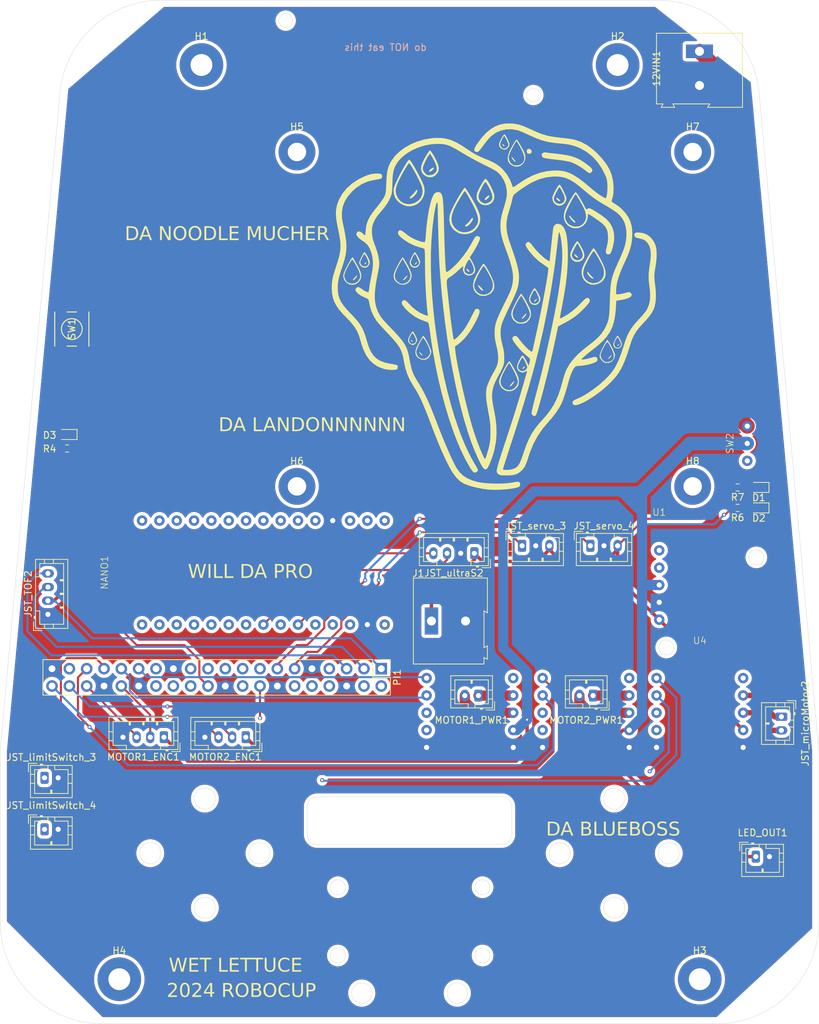
<source format=kicad_pcb>
(kicad_pcb (version 20221018) (generator pcbnew)
  (layers (0 "F.Cu" signal) (1 "In1.Cu" power) (2 "In2.Cu" power) (31 "B.Cu" signal) (34 "B.Paste" user) (35 "F.Paste" user) (36 "B.SilkS" user "B.Silkscreen") (37 "F.SilkS" user "F.Silkscreen") (38 "B.Mask" user) (39 "F.Mask" user) (44 "Edge.Cuts" user))
  (net 0 "")
  (net 1 "+12V")
  (net 2 "Net-(D2-A)")
  (net 3 "Net-(JST_servo_3-Pin_1)")
  (net 4 "Net-(JST_servo_4-Pin_1)")
  (net 5 "+3.3V")
  (net 6 "Net-(JST_TOF2-Pin_3)")
  (net 7 "Net-(JST_TOF2-Pin_4)")
  (net 31 "Net-(JST_limitSwitch_3-Pin_1)")
  (net 32 "Net-(JST_limitSwitch_4-Pin_1)")
  (net 33 "Net-(JST_microMotor2-Pin_1)")
  (net 34 "Net-(JST_microMotor2-Pin_2)")
  (net 35 "Net-(JST_ultraS2-Pin_3)")
  (net 36 "Net-(JST_ultraS2-Pin_4)")
  (net 54 "Net-(PI1-Pin_16)")
  (net 56 "Net-(PI1-Pin_18)")
  (net 59 "Net-(MOTOR1_ENC1-Pin_2)")
  (net 63 "+5V")
  (net 66 "Net-(PI1-Pin_29)")
  (net 67 "Net-(PI1-Pin_31)")
  (net 68 "Net-(D1-A)")
  (net 69 "GND")
  (net 70 "Net-(MOTOR1_ENC1-Pin_3)")
  (net 71 "Net-(PI1-Pin_33)")
  (net 72 "Net-(PI1-Pin_35)")
  (net 73 "Net-(MOTOR1_PWR1-Pin_1)")
  (net 75 "Net-(MOTOR1_PWR1-Pin_2)")
  (net 76 "Net-(MOTOR2_ENC1-Pin_2)")
  (net 79 "Net-(MOTOR2_ENC1-Pin_3)")
  (net 80 "Net-(MOTOR2_PWR1-Pin_1)")
  (net 81 "Net-(MOTOR2_PWR1-Pin_2)")
  (net 82 "Net-(PI1-Pin_22)")
  (net 83 "Net-(12VIN1-Pin_1)")
  (net 85 "Net-(D3-A)")
  (footprint "Connector_JST:JST_PH_B4B-PH-K_1x04_P2.00mm_Vertical" (layer "F.Cu") (at 164 123 180)
    (fp_text reference "MOTOR1_ENC1" (at 3 -2.9) (layer "F.SilkS"))
    (fp_text value "Conn_01x04")
    (pad "1" thru_hole roundrect (at 0 0 180) (size 1.2 1.75) (drill 0.75) (layers "*.Cu" "*.Mask") (roundrect_rratio 0.2083333333) (net 1 "+12V"))
    (pad "2" thru_hole oval (at 2 0 180) (size 1.2 1.75) (drill 0.75) (layers "*.Cu" "*.Mask") (net 59 "Net-(MOTOR1_ENC1-Pin_2)"))
    (pad "3" thru_hole oval (at 4 0 180) (size 1.2 1.75) (drill 0.75) (layers "*.Cu" "*.Mask") (net 70 "Net-(MOTOR1_ENC1-Pin_3)"))
    (pad "4" thru_hole oval (at 6 0 180) (size 1.2 1.75) (drill 0.75) (layers "*.Cu" "*.Mask") (net 69 "GND"))
  )
  (footprint "Connector_JST:JST_PH_B4B-PH-K_1x04_P2.00mm_Vertical" (layer "F.Cu") (at 209.5 96.05 180)
    (fp_text reference "JST_ultraS2" (at 3 -2.9) (layer "F.SilkS"))
    (fp_text value "Conn_01x04")
    (pad "1" thru_hole roundrect (at 0 0 180) (size 1.2 1.75) (drill 0.75) (layers "*.Cu" "*.Mask") (roundrect_rratio 0.2083333333) (net 63 "+5V"))
    (pad "2" thru_hole oval (at 2 0 180) (size 1.2 1.75) (drill 0.75) (layers "*.Cu" "*.Mask") (net 69 "GND"))
    (pad "3" thru_hole oval (at 4 0 180) (size 1.2 1.75) (drill 0.75) (layers "*.Cu" "*.Mask") (net 35 "Net-(JST_ultraS2-Pin_3)"))
    (pad "4" thru_hole oval (at 6 0 180) (size 1.2 1.75) (drill 0.75) (layers "*.Cu" "*.Mask") (net 36 "Net-(JST_ultraS2-Pin_4)"))
  )
  (footprint "Library:MAX14870" (layer "F.Cu") (at 208.85 109.34)
    (fp_text reference "U2" hide)
    (fp_text value "~" hide)
    (pad "1" thru_hole circle (at -6.35 5) (size 1.524 1.524) (drill 0.762) (layers "*.Cu" "*.Mask") (net 66 "Net-(PI1-Pin_29)"))
    (pad "2" thru_hole circle (at 6.35 5) (size 1.524 1.524) (drill 0.762) (layers "*.Cu" "*.Mask"))
    (pad "3" thru_hole circle (at -6.35 7.54) (size 1.524 1.524) (drill 0.762) (layers "*.Cu" "*.Mask") (net 67 "Net-(PI1-Pin_31)"))
    (pad "4" thru_hole circle (at 6.35 7.54) (size 1.524 1.524) (drill 0.762) (layers "*.Cu" "*.Mask") (net 73 "Net-(MOTOR1_PWR1-Pin_1)"))
    (pad "5" thru_hole circle (at -6.35 10.08) (size 1.524 1.524) (drill 0.762) (layers "*.Cu" "*.Mask"))
    (pad "6" thru_hole circle (at 6.35 10.08) (size 1.524 1.524) (drill 0.762) (layers "*.Cu" "*.Mask") (net 75 "Net-(MOTOR1_PWR1-Pin_2)"))
    (pad "7" thru_hole circle (at -6.35 12.62) (size 1.524 1.524) (drill 0.762) (layers "*.Cu" "*.Mask"))
    (pad "8" thru_hole circle (at 6.35 12.62) (size 1.524 1.524) (drill 0.762) (layers "*.Cu" "*.Mask") (net 1 "+12V"))
    (pad "9" thru_hole circle (at -6.35 15.16) (size 1.524 1.524) (drill 0.762) (layers "*.Cu" "*.Mask") (net 69 "GND"))
    (pad "10" thru_hole circle (at 6.35 15.16) (size 1.524 1.524) (drill 0.762) (layers "*.Cu" "*.Mask") (net 69 "GND"))
  )
  (footprint "LED_SMD:LED_0603_1608Metric" (layer "F.Cu") (at 251.2 89.4 180)
    (fp_text reference "D2" (at 0 -1.5) (layer "F.SilkS"))
    (fp_text value "LED")
    (pad "1" smd roundrect (at -0.7875 0 180) (size 0.875 0.95) (layers "F.Cu" "F.Paste" "F.Mask") (net 69 "GND"))
    (pad "2" smd roundrect (at 0.7875 0 180) (size 0.875 0.95) (layers "F.Cu" "F.Paste" "F.Mask") (net 2 "Net-(D2-A)"))
  )
  (footprint "MountingHole:MountingHole_2.7mm_M2.5_Pad" (layer "F.Cu") (at 183.5 86.2458)
    (fp_text reference "H6" (at 0 -3.7) (layer "F.SilkS"))
    (fp_text value "MountingHole")
    (pad "1" thru_hole circle (at 0 0) (size 5.4 5.4) (drill 2.7) (layers "*.Cu" "*.Mask"))
  )
  (footprint "TerminalBlock:TerminalBlock_Altech_AK300-2_P5.00mm" (layer "F.Cu") (at 242.5 22.5 -90)
    (fp_text reference "12VIN1" (at 2.525 6.3 90) (layer "F.SilkS"))
    (fp_text value "Screw_Terminal_01x02")
    (pad "1" thru_hole rect (at 0 0 270) (size 1.98 3.96) (drill 1.32) (layers "*.Cu" "*.Mask") (net 83 "Net-(12VIN1-Pin_1)"))
    (pad "2" thru_hole oval (at 5 0 270) (size 1.98 3.96) (drill 1.32) (layers "*.Cu" "*.Mask") (net 69 "GND"))
  )
  (footprint "Library:MAX14870" (layer "F.Cu") (at 225.85 109.34)
    (fp_text reference "U3" hide)
    (fp_text value "~" hide)
    (pad "1" thru_hole circle (at -6.35 5) (size 1.524 1.524) (drill 0.762) (layers "*.Cu" "*.Mask") (net 71 "Net-(PI1-Pin_33)"))
    (pad "2" thru_hole circle (at 6.35 5) (size 1.524 1.524) (drill 0.762) (layers "*.Cu" "*.Mask"))
    (pad "3" thru_hole circle (at -6.35 7.54) (size 1.524 1.524) (drill 0.762) (layers "*.Cu" "*.Mask") (net 72 "Net-(PI1-Pin_35)"))
    (pad "4" thru_hole circle (at 6.35 7.54) (size 1.524 1.524) (drill 0.762) (layers "*.Cu" "*.Mask") (net 80 "Net-(MOTOR2_PWR1-Pin_1)"))
    (pad "5" thru_hole circle (at -6.35 10.08) (size 1.524 1.524) (drill 0.762) (layers "*.Cu" "*.Mask"))
    (pad "6" thru_hole circle (at 6.35 10.08) (size 1.524 1.524) (drill 0.762) (layers "*.Cu" "*.Mask") (net 81 "Net-(MOTOR2_PWR1-Pin_2)"))
    (pad "7" thru_hole circle (at -6.35 12.62) (size 1.524 1.524) (drill 0.762) (layers "*.Cu" "*.Mask"))
    (pad "8" thru_hole circle (at 6.35 12.62) (size 1.524 1.524) (drill 0.762) (layers "*.Cu" "*.Mask") (net 1 "+12V"))
    (pad "9" thru_hole circle (at -6.35 15.16) (size 1.524 1.524) (drill 0.762) (layers "*.Cu" "*.Mask") (net 69 "GND"))
    (pad "10" thru_hole circle (at 6.35 15.16) (size 1.524 1.524) (drill 0.762) (layers "*.Cu" "*.Mask") (net 69 "GND"))
  )
  (footprint "LED_SMD:LED_0603_1608Metric" (layer "F.Cu") (at 251.2 86.4 180)
    (fp_text reference "D1" (at 0 -1.5) (layer "F.SilkS"))
    (fp_text value "LED")
    (pad "1" smd roundrect (at -0.7875 0 180) (size 0.875 0.95) (layers "F.Cu" "F.Paste" "F.Mask") (net 69 "GND"))
    (pad "2" smd roundrect (at 0.7875 0 180) (size 0.875 0.95) (layers "F.Cu" "F.Paste" "F.Mask") (net 68 "Net-(D1-A)"))
  )
  (footprint "MountingHole:MountingHole_2.7mm_M2.5_Pad" (layer "F.Cu") (at 183.5 37.2458)
    (fp_text reference "H5" (at 0 -3.7) (layer "F.SilkS"))
    (fp_text value "MountingHole")
    (pad "1" thru_hole circle (at 0 0) (size 5.4 5.4) (drill 2.7) (layers "*.Cu" "*.Mask"))
  )
  (footprint "MountingHole:MountingHole_3.2mm_M3_Pad" (layer "F.Cu") (at 169.5 24.5)
    (fp_text reference "H1" (at 0 -4.2) (layer "F.SilkS"))
    (fp_text value "MountingHole")
    (pad "1" thru_hole circle (at 0 0) (size 6.4 6.4) (drill 3.2) (layers "*.Cu" "*.Mask"))
  )
  (footprint "Resistor_SMD:R_0603_1608Metric" (layer "F.Cu") (at 149.8 80.7 180)
    (fp_text reference "R4" (at 2.55 -0.05) (layer "F.SilkS"))
    (fp_text value "10k")
    (pad "1" smd roundrect (at -0.825 0 180) (size 0.8 0.95) (layers "F.Cu" "F.Paste" "F.Mask") (net 5 "+3.3V"))
    (pad "2" smd roundrect (at 0.825 0 180) (size 0.8 0.95) (layers "F.Cu" "F.Paste" "F.Mask") (net 85 "Net-(D3-A)"))
  )
  (footprint "Connector_JST:JST_PH_B4B-PH-K_1x04_P2.00mm_Vertical" (layer "F.Cu") (at 147 105 90)
    (fp_text reference "JST_TOF2" (at 3 -2.9 90) (layer "F.SilkS"))
    (fp_text value "Conn_01x04")
    (pad "1" thru_hole roundrect (at 0 0 90) (size 1.2 1.75) (drill 0.75) (layers "*.Cu" "*.Mask") (roundrect_rratio 0.2083333333) (net 69 "GND"))
    (pad "2" thru_hole oval (at 2 0 90) (size 1.2 1.75) (drill 0.75) (layers "*.Cu" "*.Mask") (net 5 "+3.3V"))
    (pad "3" thru_hole oval (at 4 0 90) (size 1.2 1.75) (drill 0.75) (layers "*.Cu" "*.Mask") (net 6 "Net-(JST_TOF2-Pin_3)"))
    (pad "4" thru_hole oval (at 6 0 90) (size 1.2 1.75) (drill 0.75) (layers "*.Cu" "*.Mask") (net 7 "Net-(JST_TOF2-Pin_4)"))
  )
  (footprint "LED_SMD:LED_0603_1608Metric" (layer "F.Cu") (at 149.7875 78.645 180)
    (fp_text reference "D3" (at 2.5375 -0.105) (layer "F.SilkS"))
    (fp_text value "LED")
    (pad "1" smd roundrect (at -0.7875 0 180) (size 0.875 0.95) (layers "F.Cu" "F.Paste" "F.Mask") (net 69 "GND"))
    (pad "2" smd roundrect (at 0.7875 0 180) (size 0.875 0.95) (layers "F.Cu" "F.Paste" "F.Mask") (net 85 "Net-(D3-A)"))
  )
  (footprint "Connector_JST:JST_PH_B2B-PH-K_1x02_P2.00mm_Vertical" (layer "F.Cu") (at 254.5 120 -90)
    (fp_text reference "JST_microMotor2" (at 1 -3.5 90) (layer "F.SilkS"))
    (fp_text value "Conn_01x02")
    (pad "1" thru_hole roundrect (at 0 0 270) (size 1.2 1.75) (drill 0.75) (layers "*.Cu" "*.Mask") (roundrect_rratio 0.2083333333) (net 33 "Net-(JST_microMotor2-Pin_1)"))
    (pad "2" thru_hole oval (at 2 0 270) (size 1.2 1.75) (drill 0.75) (layers "*.Cu" "*.Mask") (net 34 "Net-(JST_microMotor2-Pin_2)"))
  )
  (footprint "Connector_JST:JST_PH_B2B-PH-K_1x02_P2.00mm_Vertical" (layer "F.Cu") (at 250.75 140.5)
    (fp_text reference "LED_OUT1" (at 1 -3.5) (layer "F.SilkS"))
    (fp_text value "Conn_01x02")
    (pad "1" thru_hole roundrect (at 0 0) (size 1.2 1.75) (drill 0.75) (layers "*.Cu" "*.Mask") (roundrect_rratio 0.2083333333) (net 1 "+12V"))
    (pad "2" thru_hole oval (at 2 0) (size 1.2 1.75) (drill 0.75) (layers "*.Cu" "*.Mask") (net 69 "GND"))
  )
  (footprint "Button_Switch_THT:Generic_Slide_Switch" (layer "F.Cu") (at 249.5 79.96 90)
    (fp_text reference "SW2" (at 0 -2.54 90 unlocked) (layer "F.SilkS") (effects (font (thickness 0.1))))
    (fp_text value "~")
    (pad "1" thru_hole circle (at -2.54 0 90) (size 1.524 1.524) (drill 0.762) (layers "*.Cu" "*.Mask"))
    (pad "2" thru_hole circle (at 0 0 90) (size 1.524 1.524) (drill 0.762) (layers "*.Cu" "*.Mask") (net 1 "+12V"))
    (pad "3" thru_hole circle (at 2.54 0 90) (size 1.524 1.524) (drill 0.762) (layers "*.Cu" "*.Mask") (net 83 "Net-(12VIN1-Pin_1)"))
  )
  (footprint "LOGO" (layer "F.Cu") (at 212 60.3)
    (fp_text reference "G***" hide)
    (fp_text value "LOGO" hide)
  )
  (footprint "MountingHole:MountingHole_3.2mm_M3_Pad" (layer "F.Cu") (at 157.464 158.464)
    (fp_text reference "H4" (at 0 -4.2) (layer "F.SilkS"))
    (fp_text value "MountingHole")
    (pad "1" thru_hole circle (at 0 0) (size 6.4 6.4) (drill 3.2) (layers "*.Cu" "*.Mask"))
  )
  (footprint "TerminalBlock:TerminalBlock_Altech_AK300-2_P5.00mm" (layer "F.Cu") (at 203.21 105.975)
    (fp_text reference "J1" (at -1.92 -6.99) (layer "F.SilkS"))
    (fp_text value "Screw_Terminal_01x02" hide)
    (pad "1" thru_hole rect (at 0 0) (size 1.98 3.96) (drill 1.32) (layers "*.Cu" "*.Mask") (net 63 "+5V"))
    (pad "2" thru_hole oval (at 5 0) (size 1.98 3.96) (drill 1.32) (layers "*.Cu" "*.Mask") (net 69 "GND"))
  )
  (footprint "Button_Switch_SMD:PTS 647 SN50 SMTR2 LFS-L" (layer "F.Cu") (at 150.5 63.1933 90)
    (fp_text reference "SW1" (at 0 0 90 unlocked) (layer "F.SilkS"))
    (fp_text value "SW_SPST")
    (pad "1" smd rect (at -2.8067 -1.5 90) (size 1.397 0.9398) (layers "F.Cu" "F.Paste" "F.Mask") (net 82 "Net-(PI1-Pin_22)"))
    (pad "2" smd rect (at -2.8067 1.5 90) (size 1.397 0.9398) (layers "F.Cu" "F.Paste" "F.Mask") (net 69 "GND"))
    (pad "3" smd rect (at 2.8067 -1.5 90) (size 1.397 0.9398) (layers "F.Cu" "F.Paste" "F.Mask"))
    (pad "4" smd rect (at 2.8067 1.5 90) (size 1.397 0.9398) (layers "F.Cu" "F.Paste" "F.Mask"))
  )
  (footprint "MountingHole:MountingHole_3.2mm_M3_Pad" (layer "F.Cu") (at 230.5 24.5)
    (fp_text reference "H2" (at 0 -4.2) (layer "F.SilkS"))
    (fp_text value "MountingHole")
    (pad "1" thru_hole circle (at 0 0) (size 6.4 6.4) (drill 3.2) (layers "*.Cu" "*.Mask"))
  )
  (footprint "MountingHole:MountingHole_3.2mm_M3_Pad" (layer "F.Cu") (at 242.536 158.464)
    (fp_text reference "H3" (at 0 -4.2) (layer "F.SilkS"))
    (fp_text value "MountingHole")
    (pad "1" thru_hole circle (at 0 0) (size 6.4 6.4) (drill 3.2) (layers "*.Cu" "*.Mask"))
  )
  (footprint "Library:D24V22F5" (layer "F.Cu") (at 236.6 90.54)
    (fp_text reference "U1" (at 0 -0.5 unlocked) (layer "F.SilkS") (effects (font (thickness 0.1))))
    (fp_text value "~")
    (pad "1" thru_hole circle (at 0 5.08) (size 1.524 1.524) (drill 0.762) (layers "*.Cu" "*.Mask"))
    (pad "2" thru_hole circle (at 0 7.62) (size 1.524 1.524) (drill 0.762) (layers "*.Cu" "*.Mask"))
    (pad "3" thru_hole circle (at 0 10.16) (size 1.524 1.524) (drill 0.762) (layers "*.Cu" "*.Mask") (net 1 "+12V"))
    (pad "4" thru_hole circle (at 0 12.7) (size 1.524 1.524) (drill 0.762) (layers "*.Cu" "*.Mask") (net 69 "GND"))
    (pad "5" thru_hole circle (at 0 15.24) (size 1.524 1.524) (drill 0.762) (layers "*.Cu" "*.Mask") (net 63 "+5V"))
  )
  (footprint "Connector_JST:JST_PH_B2B-PH-K_1x02_P2.00mm_Vertical" (layer "F.Cu") (at 226.9 116.9 180)
    (fp_text reference "MOTOR2_PWR1" (at 1 -3.6) (layer "F.SilkS"))
    (fp_text value "Conn_01x02" hide)
    (pad "1" thru_hole roundrect (at 0 0 180) (size 1.2 1.75) (drill 0.75) (layers "*.Cu" "*.Mask") (roundrect_rratio 0.2083333333) (net 80 "Net-(MOTOR2_PWR1-Pin_1)"))
    (pad "2" thru_hole oval (at 2 0 180) (size 1.2 1.75) (drill 0.75) (layers "*.Cu" "*.Mask") (net 81 "Net-(MOTOR2_PWR1-Pin_2)"))
  )
  (footprint "Connector_JST:JST_PH_B2B-PH-K_1x02_P2.00mm_Vertical" (layer "F.Cu") (at 146.5 136.5)
    (fp_text reference "JST_limitSwitch_4" (at 1 -3.5) (layer "F.SilkS"))
    (fp_text value "Conn_01x02")
    (pad "1" thru_hole roundrect (at 0 0) (size 1.2 1.75) (drill 0.75) (layers "*.Cu" "*.Mask") (roundrect_rratio 0.2083333333) (net 32 "Net-(JST_limitSwitch_4-Pin_1)"))
    (pad "2" thru_hole oval (at 2 0) (size 1.2 1.75) (drill 0.75) (layers "*.Cu" "*.Mask") (net 69 "GND"))
  )
  (footprint "Connector_JST:JST_PH_B2B-PH-K_1x02_P2.00mm_Vertical" (layer "F.Cu") (at 210.1 116.9 180)
    (fp_text reference "MOTOR1_PWR1" (at 1 -3.6) (layer "F.SilkS"))
    (fp_text value "Conn_01x02" hide)
    (pad "1" thru_hole roundrect (at 0 0 180) (size 1.2 1.75) (drill 0.75) (layers "*.Cu" "*.Mask") (roundrect_rratio 0.2083333333) (net 73 "Net-(MOTOR1_PWR1-Pin_1)"))
    (pad "2" thru_hole oval (at 2 0 180) (size 1.2 1.75) (drill 0.75) (layers "*.Cu" "*.Mask") (net 75 "Net-(MOTOR1_PWR1-Pin_2)"))
  )
  (footprint "MountingHole:MountingHole_2.7mm_M2.5_Pad" (layer "F.Cu") (at 241.5 86.2458)
    (fp_text reference "H8" (at 0 -3.7) (layer "F.SilkS"))
    (fp_text value "MountingHole")
    (pad "1" thru_hole circle (at 0 0) (size 5.4 5.4) (drill 2.7) (layers "*.Cu" "*.Mask"))
  )
  (footprint "Library:MAX14870" (layer "F.Cu") (at 242.55 109.34)
    (fp_text reference "U4" (at 0 -0.5 unlocked) (layer "F.SilkS") (effects (font (thickness 0.1))))
    (fp_text value "~")
    (pad "1" thru_hole circle (at -6.35 5) (size 1.524 1.524) (drill 0.762) (layers "*.Cu" "*.Mask") (net 54 "Net-(PI1-Pin_16)"))
    (pad "2" thru_hole circle (at 6.35 5) (size 1.524 1.524) (drill 0.762) (layers "*.Cu" "*.Mask"))
    (pad "3" thru_hole circle (at -6.35 7.54) (size 1.524 1.524) (drill 0.762) (layers "*.Cu" "*.Mask") (net 56 "Net-(PI1-Pin_18)"))
    (pad "4" thru_hole circle (at 6.35 7.54) (size 1.524 1.524) (drill 0.762) (layers "*.Cu" "*.Mask") (net 33 "Net-(JST_microMotor2-Pin_1)"))
    (pad "5" thru_hole circle (at -6.35 10.08) (size 1.524 1.524) (drill 0.762) (layers "*.Cu" "*.Mask"))
    (pad "6" thru_hole circle (at 6.35 10.08) (size 1.524 1.524) (drill 0.762) (layers "*.Cu" "*.Mask") (net 34 "Net-(JST_microMotor2-Pin_2)"))
    (pad "7" thru_hole circle (at -6.35 12.62) (size 1.524 1.524) (drill 0.762) (layers "*.Cu" "*.Mask"))
    (pad "8" thru_hole circle (at 6.35 12.62) (size 1.524 1.524) (drill 0.762) (layers "*.Cu" "*.Mask") (net 63 "+5V"))
    (pad "9" thru_hole circle (at -6.35 15.16) (size 1.524 1.524) (drill 0.762) (layers "*.Cu" "*.Mask") (net 69 "GND"))
    (pad "10" thru_hole circle (at 6.35 15.16) (size 1.524 1.524) (drill 0.762) (layers "*.Cu" "*.Mask") (net 69 "GND"))
  )
  (footprint "Connector_PinHeader_2.54mm:PinHeader_2x20_P2.54mm_Vertical" (layer "F.Cu") (at 195.86 112.96 -90)
    (fp_text reference "PI1" (at 1.27 -2.33 90) (layer "F.SilkS"))
    (fp_text value "Conn_02x20_Odd_Even")
    (pad "1" thru_hole rect (at 0 0 270) (size 1.7 1.7) (drill 1) (layers "*.Cu" "*.Mask") (net 5 "+3.3V"))
    (pad "2" thru_hole oval (at 2.54 0 270) (size 1.7 1.7) (drill 1) (layers "*.Cu" "*.Mask"))
    (pad "3" thru_hole oval (at 0 2.54 270) (size 1.7 1.7) (drill 1) (layers "*.Cu" "*.Mask") (net 6 "Net-(JST_TOF2-Pin_3)"))
    (pad "4" thru_hole oval (at 2.54 2.54 270) (size 1.7 1.7) (drill 1) (layers "*.Cu" "*.Mask"))
    (pad "5" thru_hole oval (at 0 5.08 270) (size 1.7 1.7) (drill 1) (layers "*.Cu" "*.Mask") (net 7 "Net-(JST_TOF2-Pin_4)"))
    (pad "6" thru_hole oval (at 2.54 5.08 270) (size 1.7 1.7) (drill 1) (layers "*.Cu" "*.Mask") (net 69 "GND"))
    (pad "7" thru_hole oval (at 0 7.62 270) (size 1.7 1.7) (drill 1) (layers "*.Cu" "*.Mask"))
    (pad "8" thru_hole oval (at 2.54 7.62 270) (size 1.7 1.7) (drill 1) (layers "*.Cu" "*.Mask"))
    (pad "9" thru_hole oval (at 0 10.16 270) (size 1.7 1.7) (drill 1) (layers "*.Cu" "*.Mask") (net 69 "GND"))
    (pad "10" thru_hole oval (at 2.54 10.16 270) (size 1.7 1.7) (drill 1) (layers "*.Cu" "*.Mask"))
    (pad "11" thru_hole oval (at 0 12.7 270) (size 1.7 1.7) (drill 1) (layers "*.Cu" "*.Mask") (net 3 "Net-(JST_servo_3-Pin_1)"))
    (pad "12" thru_hole oval (at 2.54 12.7 270) (size 1.7 1.7) (drill 1) (layers "*.Cu" "*.Mask"))
    (pad "13" thru_hole oval (at 0 15.24 270) (size 1.7 1.7) (drill 1) (layers "*.Cu" "*.Mask") (net 4 "Net-(JST_servo_4-Pin_1)"))
    (pad "14" thru_hole oval (at 2.54 15.24 270) (size 1.7 1.7) (drill 1) (layers "*.Cu" "*.Mask") (net 69 "GND"))
    (pad "15" thru_hole oval (at 0 17.78 270) (size 1.7 1.7) (drill 1) (layers "*.Cu" "*.Mask"))
    (pad "16" thru_hole oval (at 2.54 17.78 270) (size 1.7 1.7) (drill 1) (layers "*.Cu" "*.Mask") (net 54 "Net-(PI1-Pin_16)"))
    (pad "17" thru_hole oval (at 0 20.32 270) (size 1.7 1.7) (drill 1) (layers "*.Cu" "*.Mask"))
    (pad "18" thru_hole oval (at 2.54 20.32 270) (size 1.7 1.7) (drill 1) (layers "*.Cu" "*.Mask") (net 56 "Net-(PI1-Pin_18)"))
    (pad "19" thru_hole oval (at 0 22.86 270) (size 1.7 1.7) (drill 1) (layers "*.Cu" "*.Mask"))
    (pad "20" thru_hole oval (at 2.54 22.86 270) (size 1.7 1.7) (drill 1) (layers "*.Cu" "*.Mask") (net 69 "GND"))
    (pad "21" thru_hole oval (at 0 25.4 270) (size 1.7 1.7) (drill 1) (layers "*.Cu" "*.Mask"))
    (pad "22" thru_hole oval (at 2.54 25.4 270) (size 1.7 1.7) (drill 1) (layers "*.Cu" "*.Mask") (net 82 "Net-(PI1-Pin_22)"))
    (pad "23" thru_hole oval (at 0 27.94 270) (size 1.7 1.7) (drill 1) (layers "*.Cu" "*.Mask"))
    (pad "24" thru_hole oval (at 2.54 27.94 270) (size 1.7 1.7) (drill 1) (layers "*.Cu" "*.Mask"))
    (pad "25" thru_hole oval (at 0 30.48 270) (size 1.7 1.7) (drill 1) (layers "*.Cu" "*.Mask") (net 69 "GND"))
    (pad "26" thru_hole oval (at 2.54 30.48 270) (size 1.7 1.7) (drill 1) (layers "*.Cu" "*.Mask"))
    (pad "27" thru_hole oval (at 0 33.02 270) (size 1.7 1.7) (drill 1) (layers "*.Cu" "*.Mask"))
    (pad "28" thru_hole oval (at 2.54 33.02 270) (size 1.7 1.7) (drill 1) (layers "*.Cu" "*.Mask"))
    (pad "29" thru_hole oval (at 0 35.56 270) (size 1.7 1.7) (drill 1) (layers "*.Cu" "*.Mask") (net 66 "Net-(PI1-Pin_29)"))
    (pad "30" thru_hole oval (at 2.54 35.56 270) (size 1.7 1.7) (drill 1) (layers "*.Cu" "*.Mask") (net 69 "GND"))
    (pad "31" thru_hole oval (at 0 38.1 270) (size 1.7 1.7) (drill 1) (layers "*.Cu" "*.Mask") (net 67 "Net-(PI1-Pin_31)"))
    (pad "32" thru_hole oval (at 2.54 38.1 270) (size 1.7 1.7) (drill 1) (layers "*.Cu" "*.Mask") (net 59 "Net-(MOTOR1_ENC1-Pin_2)"))
    (pad "33" thru_hole oval (at 0 40.64 270) (size 1.7 1.7) (drill 1) (layers "*.Cu" "*.Mask") (net 71 "Net-(PI1-Pin_33)"))
    (pad "34" thru_hole oval (at 2.54 40.64 270) (size 1.7 1.7) (drill 1) (layers "*.Cu" "*.Mask") (net 69 "GND"))
    (pad "35" thru_hole oval (at 0 43.18 270) (size 1.7 1.7) (drill 1) (layers "*.Cu" "*.Mask") (net 72 "Net-(PI1-Pin_35)"))
    (pad "36" thru_hole oval (at 2.54 43.18 270) (size 1.7 1.7) (drill 1) (layers "*.Cu" "*.Mask") (net 70 "Net-(MOTOR1_ENC1-Pin_3)"))
    (pad "37" thru_hole oval (at 0 45.72 270) (size 1.7 1.7) (drill 1) (layers "*.Cu" "*.Mask"))
    (pad "38" thru_hole oval (at 2.54 45.72 270) (size 1.7 1.7) (drill 1) (layers "*.Cu" "*.Mask") (net 76 "Net-(MOTOR2_ENC1-Pin_2)"))
    (pad "39" thru_hole oval (at 0 48.26 270) (size 1.7 1.7) (drill 1) (layers "*.Cu" "*.Mask") (net 69 "GND"))
    (pad "40" thru_hole oval (at 2.54 48.26 270) (size 1.7 1.7) (drill 1) (layers "*.Cu" "*.Mask") (net 79 "Net-(MOTOR2_ENC1-Pin_3)"))
  )
  (footprint "Connector_JST:JST_PH_B2B-PH-K_1x02_P2.00mm_Vertical" (layer "F.Cu") (at 146.5 128.95)
    (fp_text reference "JST_limitSwitch_3" (at 1 -3) (layer "F.SilkS"))
    (fp_text value "Conn_01x02")
    (pad "1" thru_hole roundrect (at 0 0) (size 1.2 1.75) (drill 0.75) (layers "*.Cu" "*.Mask") (roundrect_rratio 0.2083333333) (net 31 "Net-(JST_limitSwitch_3-Pin_1)"))
    (pad "2" thru_hole oval (at 2 0) (size 1.2 1.75) (drill 0.75) (layers "*.Cu" "*.Mask") (net 69 "GND"))
  )
  (footprint "Connector_JST:JST_PH_B3B-PH-K_1x03_P2.00mm_Vertical" (layer "F.Cu") (at 226.5 94.95)
    (fp_text reference "JST_servo_4" (at 2 -2.9) (layer "F.SilkS"))
    (fp_text value "~")
    (pad "1" thru_hole roundrect (at 0 0) (size 1.2 1.75) (drill 0.75) (layers "*.Cu" "*.Mask") (roundrect_rratio 0.2083333333) (net 4 "Net-(JST_servo_4-Pin_1)"))
    (pad "2" thru_hole oval (at 2 0) (size 1.2 1.75) (drill 0.75) (layers "*.Cu" "*.Mask") (net 69 "GND"))
    (pad "3" thru_hole oval (at 4 0) (size 1.2 1.75) (drill 0.75) (layers "*.Cu" "*.Mask") (net 63 "+5V"))
  )
  (footprint "Resistor_SMD:R_0603_1608Metric" (layer "F.Cu") (at 248.0875 89.4 180)
    (fp_text reference "R6" (at 0 -1.43) (layer "F.SilkS"))
    (fp_text value "10k")
    (pad "1" smd roundrect (at -0.825 0 180) (size 0.8 0.95) (layers "F.Cu" "F.Paste" "F.Mask") (net 2 "Net-(D2-A)"))
    (pad "2" smd roundrect (at 0.825 0 180) (size 0.8 0.95) (layers "F.Cu" "F.Paste" "F.Mask") (net 1 "+12V"))
  )
  (footprint "Connector_JST:JST_PH_B3B-PH-K_1x03_P2.00mm_Vertical" (layer "F.Cu") (at 216.5 94.95)
    (fp_text reference "JST_servo_3" (at 2 -2.9) (layer "F.SilkS"))
    (fp_text value "~")
    (pad "1" thru_hole roundrect (at 0 0) (size 1.2 1.75) (drill 0.75) (layers "*.Cu" "*.Mask") (roundrect_rratio 0.2083333333) (net 3 "Net-(JST_servo_3-Pin_1)"))
    (pad "2" thru_hole oval (at 2 0) (size 1.2 1.75) (drill 0.75) (layers "*.Cu" "*.Mask") (net 69 "GND"))
    (pad "3" thru_hole oval (at 4 0) (size 1.2 1.75) (drill 0.75) (layers "*.Cu" "*.Mask") (net 63 "+5V"))
  )
  (footprint "Resistor_SMD:R_0603_1608Metric" (layer "F.Cu") (at 248.0875 86.4 180)
    (fp_text reference "R7" (at 0 -1.43) (layer "F.SilkS"))
    (fp_text value "10k")
    (pad "1" smd roundrect (at -0.825 0 180) (size 0.8 0.95) (layers "F.Cu" "F.Paste" "F.Mask") (net 68 "Net-(D1-A)"))
    (pad "2" smd roundrect (at 0.825 0 180) (size 0.8 0.95) (layers "F.Cu" "F.Paste" "F.Mask") (net 63 "+5V"))
  )
  (footprint "MountingHole:MountingHole_2.7mm_M2.5_Pad" (layer "F.Cu") (at 241.5 37.2458)
    (fp_text reference "H7" (at 0 -3.7) (layer "F.SilkS"))
    (fp_text value "MountingHole")
    (pad "1" thru_hole circle (at 0 0) (size 5.4 5.4) (drill 2.7) (layers "*.Cu" "*.Mask"))
  )
  (footprint "Connector_JST:JST_PH_B4B-PH-K_1x04_P2.00mm_Vertical" (layer "F.Cu") (at 176 123 180)
    (fp_text reference "MOTOR2_ENC1" (at 3 -2.9) (layer "F.SilkS"))
    (fp_text value "Conn_01x04")
    (pad "1" thru_hole roundrect (at 0 0 180) (size 1.2 1.75) (drill 0.75) (layers "*.Cu" "*.Mask") (roundrect_rratio 0.2083333333) (net 1 "+12V"))
    (pad "2" thru_hole oval (at 2 0 180) (size 1.2 1.75) (drill 0.75) (layers "*.Cu" "*.Mask") (net 76 "Net-(MOTOR2_ENC1-Pin_2)"))
    (pad "3" thru_hole oval (at 4 0 180) (size 1.2 1.75) (drill 0.75) (layers "*.Cu" "*.Mask") (net 79 "Net-(MOTOR2_ENC1-Pin_3)"))
    (pad "4" thru_hole oval (at 6 0 180) (size 1.2 1.75) (drill 0.75) (layers "*.Cu" "*.Mask") (net 69 "GND"))
  )
  (footprint "Library:Arduino" (layer "F.Cu") (at 155.8 98.88 90)
    (fp_text reference "NANO1" (at 0 -0.5 90 unlocked) (layer "F.SilkS") (effects (font (thickness 0.1))))
    (fp_text value "~")
    (pad "1" thru_hole circle (at -7.62 5 90) (size 1.524 1.524) (drill 0.762) (layers "*.Cu" "*.Mask"))
    (pad "2" thru_hole circle (at 7.62 5 90) (size 1.524 1.524) (drill 0.762) (layers "*.Cu" "*.Mask"))
    (pad "3" thru_hole circle (at -7.62 7.54 90) (size 1.524 1.524) (drill 0.762) (layers "*.Cu" "*.Mask"))
    (pad "4" thru_hole circle (at 7.62 7.54 90) (size 1.524 1.524) (drill 0.762) (layers "*.Cu" "*.Mask"))
    (pad "5" thru_hole circle (at -7.62 10.08 90) (size 1.524 1.524) (drill 0.762) (layers "*.Cu" "*.Mask"))
    (pad "6" thru_hole circle (at 7.62 10.08 90) (size 1.524 1.524) (drill 0.762) (layers "*.Cu" "*.Mask"))
    (pad "7" thru_hole circle (at -7.62 12.62 90) (size 1.524 1.524) (drill 0.762) (layers "*.Cu" "*.Mask") (net 32 "Net-(JST_limitSwitch_4-Pin_1)"))
    (pad "8" thru_hole circle (at 7.62 12.62 90) (size 1.524 1.524) (drill 0.762) (layers "*.Cu" "*.Mask"))
    (pad "9" thru_hole circle (at -7.62 15.16 90) (size 1.524 1.524) (drill 0.762) (layers "*.Cu" "*.Mask") (net 31 "Net-(JST_limitSwitch_3-Pin_1)"))
    (pad "10" thru_hole circle (at 7.62 15.16 90) (size 1.524 1.524) (drill 0.762) (layers "*.Cu" "*.Mask"))
    (pad "11" thru_hole circle (at -7.62 17.7 90) (size 1.524 1.524) (drill 0.762) (layers "*.Cu" "*.Mask"))
    (pad "12" thru_hole circle (at 7.62 17.7 90) (size 1.524 1.524) (drill 0.762) (layers "*.Cu" "*.Mask"))
    (pad "13" thru_hole circle (at -7.62 20.24 90) (size 1.524 1.524) (drill 0.762) (layers "*.Cu" "*.Mask"))
    (pad "14" thru_hole circle (at 7.62 20.24 90) (size 1.524 1.524) (drill 0.762) (layers "*.Cu" "*.Mask"))
    (pad "15" thru_hole circle (at -7.62 22.78 90) (size 1.524 1.524) (drill 0.762) (layers "*.Cu" "*.Mask") (net 36 "Net-(JST_ultraS2-Pin_4)"))
    (pad "16" thru_hole circle (at 7.62 22.78 90) (size 1.524 1.524) (drill 0.762) (layers "*.Cu" "*.Mask"))
    (pad "17" thru_hole circle (at -7.62 25.32 90) (size 1.524 1.524) (drill 0.762) (layers "*.Cu" "*.Mask"))
    (pad "18" thru_hole circle (at 7.62 25.32 90) (size 1.524 1.524) (drill 0.762) (layers "*.Cu" "*.Mask"))
    (pad "19" thru_hole circle (at -7.62 27.86 90) (size 1.524 1.524) (drill 0.762) (layers "*.Cu" "*.Mask") (net 35 "Net-(JST_ultraS2-Pin_3)"))
    (pad "20" thru_hole circle (at 7.62 27.86 90) (size 1.524 1.524) (drill 0.762) (layers "*.Cu" "*.Mask"))
    (pad "21" thru_hole circle (at -7.62 30.4 90) (size 1.524 1.524) (drill 0.762) (layers "*.Cu" "*.Mask"))
    (pad "22" thru_hole circle (at 7.62 30.4 90) (size 1.524 1.524) (drill 0.762) (layers "*.Cu" "*.Mask"))
    (pad "23" thru_hole circle (at -7.62 32.94 90) (size 1.524 1.524) (drill 0.762) (layers "*.Cu" "*.Mask"))
    (pad "24" thru_hole circle (at 7.62 32.94 90) (size 1.524 1.524) (drill 0.762) (layers "*.Cu" "*.Mask") (net 69 "GND"))
    (pad "25" thru_hole circle (at -7.62 35.48 90) (size 1.524 1.524) (drill 0.762) (layers "*.Cu" "*.Mask"))
    (pad "26" thru_hole circle (at 7.62 35.48 90) (size 1.524 1.524) (drill 0.762) (layers "*.Cu" "*.Mask"))
    (pad "27" thru_hole circle (at -7.62 38.02 90) (size 1.524 1.524) (drill 0.762) (layers "*.Cu" "*.Mask") (net 69 "GND"))
    (pad "28" thru_hole circle (at 7.62 38.02 90) (size 1.524 1.524) (drill 0.762) (layers "*.Cu" "*.Mask"))
    (pad "29" thru_hole circle (at -7.62 40.56 90) (size 1.524 1.524) (drill 0.762) (layers "*.Cu" "*.Mask"))
    (pad "30" thru_hole circle (at 7.62 40.56 90) (size 1.524 1.524) (drill 0.762) (layers "*.Cu" "*.Mask"))
  )
  (gr_line (start 213.5 131.725) (end 186.5 131.725) (stroke (width 0.05)) (layer "Edge.Cuts"))
  (gr_circle (center 230 148) (end 231.55 148) (stroke (width 0.05)) (fill none) (layer "Edge.Cuts"))
  (gr_arc (start 186.5 138.725) (mid 185.43934 138.28566) (end 185 137.225) (stroke (width 0.05)) (layer "Edge.Cuts"))
  (gr_arc (start 260 150) (mid 255.606602 160.606602) (end 245 165) (stroke (width 0.05)) (layer "Edge.Cuts"))
  (gr_line (start 215 137.225) (end 215 133.225) (stroke (width 0.05)) (layer "Edge.Cuts"))
  (gr_circle (center 170 132) (end 171.55 132) (stroke (width 0.05)) (fill none) (layer "Edge.Cuts"))
  (gr_line (start 148.759821 28.641964) (end 140 125) (stroke (width 0.05)) (layer "Edge.Cuts"))
  (gr_circle (center 237.63 109.85) (end 238.73 109.85) (stroke (width 0.05)) (fill none) (layer "Edge.Cuts"))
  (gr_line (start 140 125) (end 140 150) (stroke (width 0.05)) (layer "Edge.Cuts"))
  (gr_circle (center 250.83 96.65) (end 251.93 96.65) (stroke (width 0.05)) (fill none) (layer "Edge.Cuts"))
  (gr_circle (center 218.15 28.899998) (end 219.15 28.899998) (stroke (width 0.05)) (fill none) (layer "Edge.Cuts"))
  (gr_circle (center 222 140) (end 223.55 140) (stroke (width 0.05)) (fill none) (layer "Edge.Cuts"))
  (gr_circle (center 181.85 17.999998) (end 182.85 17.999998) (stroke (width 0.05)) (fill none) (layer "Edge.Cuts"))
  (gr_circle (center 238 140) (end 239.55 140) (stroke (width 0.05)) (fill none) (layer "Edge.Cuts"))
  (gr_line (start 260 125) (end 251.240179 28.641964) (stroke (width 0.05)) (layer "Edge.Cuts"))
  (gr_line (start 260 150) (end 260 125) (stroke (width 0.05)) (layer "Edge.Cuts"))
  (gr_arc (start 148.759821 28.641964) (mid 153.583145 18.923662) (end 163.69822 15) (stroke (width 0.05)) (layer "Edge.Cuts"))
  (gr_circle (center 162 140) (end 163.55 140) (stroke (width 0.05)) (fill none) (layer "Edge.Cuts"))
  (gr_line (start 186.5 138.725) (end 213.5 138.725) (stroke (width 0.05)) (layer "Edge.Cuts"))
  (gr_circle (center 207 160.5) (end 208.5 160.5) (stroke (width 0.05)) (fill none) (layer "Edge.Cuts"))
  (gr_arc (start 213.5 131.725) (mid 214.56066 132.16434) (end 215 133.225) (stroke (width 0.05)) (layer "Edge.Cuts"))
  (gr_circle (center 210.7 154.987827) (end 211.8 154.987827) (stroke (width 0.05)) (fill none) (layer "Edge.Cuts"))
  (gr_circle (center 170 148) (end 171.55 148) (stroke (width 0.05)) (fill none) (layer "Edge.Cuts"))
  (gr_arc (start 155 165) (mid 144.393398 160.606602) (end 140 150) (stroke (width 0.05)) (layer "Edge.Cuts"))
  (gr_circle (center 210.7 144.987827) (end 211.8 144.987827) (stroke (width 0.05)) (fill none) (layer "Edge.Cuts"))
  (gr_line (start 185 133.225) (end 185 137.225) (stroke (width 0.05)) (layer "Edge.Cuts"))
  (gr_circle (center 193 160.5) (end 194.5 160.5) (stroke (width 0.05)) (fill none) (layer "Edge.Cuts"))
  (gr_line (start 236.30178 15) (end 163.69822 15) (stroke (width 0.05)) (layer "Edge.Cuts"))
  (gr_arc (start 185 133.225) (mid 185.43934 132.16434) (end 186.5 131.725) (stroke (width 0.05)) (layer "Edge.Cuts"))
  (gr_circle (center 189.5 154.987827) (end 190.6 154.987827) (stroke (width 0.05)) (fill none) (layer "Edge.Cuts"))
  (gr_circle (center 189.5 144.987827) (end 190.6 144.987827) (stroke (width 0.05)) (fill none) (layer "Edge.Cuts"))
  (gr_circle (center 178 140) (end 179.55 140) (stroke (width 0.05)) (fill none) (layer "Edge.Cuts"))
  (gr_circle (center 230 132) (end 231.55 132) (stroke (width 0.05)) (fill none) (layer "Edge.Cuts"))
  (gr_line (start 155 165) (end 245 165) (stroke (width 0.05)) (layer "Edge.Cuts"))
  (gr_arc (start 236.30178 15) (mid 246.416855 18.923662) (end 251.240179 28.641964) (stroke (width 0.05)) (layer "Edge.Cuts"))
  (gr_arc (start 215 137.225) (mid 214.56066 138.28566) (end 213.5 138.725) (stroke (width 0.05)) (layer "Edge.Cuts"))
  (gr_text "do NOT eat this" (at 202.6 22.5) (layer "B.SilkS") (effects (font (size 1 1)) (justify left bottom mirror)))
  (gr_text "DA NOODLE MUCHER" (at 158.25 50.5) (layer "F.SilkS") (effects (font (size 2 2)) (justify left bottom)))
  (gr_text "2024 ROBOCUP" (at 164.4 161.4) (layer "F.SilkS") (effects (font (size 2 2)) (justify left bottom)))
  (gr_text "WET LETTUCE" (at 164.7 157.7) (layer "F.SilkS") (effects (font (size 2 2)) (justify left bottom)))
  (gr_text "DA BLUEBOSS" (at 220 137.75) (layer "F.SilkS") (effects (font (size 2 2)) (justify left bottom)))
  (gr_text "WILL DA PRO" (at 167.5 100) (layer "F.SilkS") (effects (font (size 2 2)) (justify left bottom)))
  (gr_text "DA LANDONNNNNN" (at 172 78.5) (layer "F.SilkS") (effects (font (size 2 2)) (justify left bottom)))
  (segment (start 217.23 120.43) (end 217.23 124.891134) (width 0.5) (layer "F.Cu") (net 1))
  (segment (start 167.5 126.5) (end 164 123) (width 0.5) (layer "F.Cu") (net 1))
  (segment (start 230 123.25) (end 231.29 121.96) (width 0.5) (layer "F.Cu") (net 1))
  (segment (start 179.5 126.5) (end 176 123) (width 0.5) (layer "F.Cu") (net 1))
  (segment (start 215.621134 126.5) (end 179.5 126.5) (width 0.5) (layer "F.Cu") (net 1))
  (segment (start 231.29 121.96) (end 232.2 121.96) (width 0.5) (layer "F.Cu") (net 1))
  (segment (start 217.23 124.891134) (end 215.621134 126.5) (width 0.5) (layer "F.Cu") (net 1))
  (segment (start 246.1 90.4) (end 246.2625 90.4) (width 0.3) (layer "F.Cu") (net 1))
  (segment (start 179.5 126.5) (end 167.5 126.5) (width 0.5) (layer "F.Cu") (net 1))
  (segment (start 246.2625 90.4) (end 247.2625 89.4) (width 0.3) (layer "F.Cu") (net 1))
  (segment (start 230 126.5) (end 230 123.25) (width 0.5) (layer "F.Cu") (net 1))
  (segment (start 250.75 140.5) (end 244 140.5) (width 0.5) (layer "F.Cu") (net 1))
  (segment (start 244 140.5) (end 230 126.5) (width 0.5) (layer "F.Cu") (net 1))
  (via (at 246.1 90.4) (size 0.6) (drill 0.3) (layers "F.Cu" "B.Cu") (net 1))
  (via (at 217.23 120.43) (size 0.6) (drill 0.3) (layers "F.Cu" "B.Cu") (net 1))
  (segment (start 246.1 90.4) (end 244.7 91.8) (width 0.3) (layer "B.Cu") (net 1))
  (segment (start 241.1 79.96) (end 249.5 79.96) (width 2) (layer "B.Cu") (net 1))
  (segment (start 234.08 103.2) (end 234.1 103.22) (width 1.5) (layer "B.Cu") (net 1))
  (segment (start 234.08 106.31) (end 234.08 120.08) (width 1.5) (layer "B.Cu") (net 1))
  (segment (start 234.08 86.98) (end 234.08 91.8) (width 1.5) (layer "B.Cu") (net 1))
  (segment (start 234.08 91.8) (end 234.08 103.2) (width 1.5) (layer "B.Cu") (net 1))
  (segment (start 218.23 86.98) (end 213.73 91.48) (width 1.5) (layer "B.Cu") (net 1))
  (segment (start 234.1 100.7) (end 236.6 100.7) (width 1.5) (layer "B.Cu") (net 1))
  (segment (start 234.08 106.31) (end 234.08 108.27) (width 1.5) (layer "B.Cu") (net 1))
  (segment (start 234.08 86.98) (end 241.1 79.96) (width 2) (layer "B.Cu") (net 1))
  (segment (start 213.73 109.95) (end 217.23 113.45) (width 1.5) (layer "B.Cu") (net 1))
  (segment (start 234.08 86.98) (end 218.23 86.98) (width 1.5) (layer "B.Cu") (net 1))
  (segment (start 234.08 120.08) (end 232.2 121.96) (width 1.5) (layer "B.Cu") (net 1))
  (segment (start 217.23 120.43) (end 215.7 121.96) (width 1.5) (layer "B.Cu") (net 1))
  (segment (start 213.73 91.48) (end 213.73 109.95) (width 1.5) (layer "B.Cu") (net 1))
  (segment (start 244.7 91.8) (end 234.08 91.8) (width 0.3) (layer "B.Cu") (net 1))
  (segment (start 234.1 103.22) (end 234.08 103.24) (width 1.5) (layer "B.Cu") (net 1))
  (segment (start 217.23 113.45) (end 217.23 120.43) (width 1.5) (layer "B.Cu") (net 1))
  (segment (start 234.1 108.25) (end 234.08 108.27) (width 0.3) (layer "B.Cu") (net 1))
  (segment (start 215.7 121.96) (end 215.2 121.96) (width 1.5) (layer "B.Cu") (net 1))
  (segment (start 234.08 103.24) (end 234.08 106.31) (width 1.5) (layer "B.Cu") (net 1))
  (segment (start 248.9125 89.4) (end 250.4125 89.4) (width 0.3) (layer "F.Cu") (net 2))
  (segment (start 186.5 110.5) (end 190 107) (width 0.3) (layer "F.Cu") (net 3))
  (segment (start 195.5 100.5) (end 195.5 100) (width 0.3) (layer "F.Cu") (net 3))
  (segment (start 190 106) (end 195.5 100.5) (width 0.3) (layer "F.Cu") (net 3))
  (segment (start 183.16 112.34) (end 185 110.5) (width 0.3) (layer "F.Cu") (net 3))
  (segment (start 190 107) (end 190 106) (width 0.3) (layer "F.Cu") (net 3))
  (segment (start 214.55 93) (end 216.5 94.95) (width 0.3) (layer "F.Cu") (net 3))
  (segment (start 183.16 112.96) (end 183.16 112.34) (width 0.3) (layer "F.Cu") (net 3))
  (segment (start 185 110.5) (end 186.5 110.5) (width 0.3) (layer "F.Cu") (net 3))
  (segment (start 201.5 93) (end 214.55 93) (width 0.3) (layer "F.Cu") (net 3))
  (via (at 195.5 100) (size 0.6) (drill 0.3) (layers "F.Cu" "B.Cu") (net 3))
  (via (at 201.5 93) (size 0.6) (drill 0.3) (layers "F.Cu" "B.Cu") (net 3))
  (segment (start 201.5 93) (end 195.5 99) (width 0.3) (layer "B.Cu") (net 3))
  (segment (start 195.5 99) (end 195.5 100) (width 0.3) (layer "B.Cu") (net 3))
  (segment (start 193.5 100) (end 187.5 106) (width 0.3) (layer "F.Cu") (net 4))
  (segment (start 180.62 112.38) (end 180.62 112.96) (width 0.3) (layer "F.Cu") (net 4))
  (segment (start 183.5 109.5) (end 180.62 112.38) (width 0.3) (layer "F.Cu") (net 4))
  (segment (start 222.55 91) (end 201.5 91) (width 0.3) (layer "F.Cu") (net 4))
  (segment (start 185 109.5) (end 183.5 109.5) (width 0.3) (layer "F.Cu") (net 4))
  (segment (start 187.5 106) (end 187.5 107) (width 0.3) (layer "F.Cu") (net 4))
  (segment (start 187.5 107) (end 185 109.5) (width 0.3) (layer "F.Cu") (net 4))
  (segment (start 226.5 94.95) (end 222.55 91) (width 0.3) (layer "F.Cu") (net 4))
  (via (at 201.5 91) (size 0.6) (drill 0.3) (layers "F.Cu" "B.Cu") (net 4))
  (via (at 193.5 100) (size 0.6) (drill 0.3) (layers "F.Cu" "B.Cu") (net 4))
  (segment (start 193.5 99) (end 193.5 100) (width 0.3) (layer "B.Cu") (net 4))
  (segment (start 201.5 91) (end 193.5 99) (width 0.3) (layer "B.Cu") (net 4))
  (segment (start 147.9 103) (end 147 103) (width 0.5) (layer "F.Cu") (net 5))
  (segment (start 150.625 80.7) (end 150.625 100.275) (width 0.5) (layer "F.Cu") (net 5))
  (segment (start 150.625 100.275) (end 147.9 103) (width 0.5) (layer "F.Cu") (net 5))
  (segment (start 191.4 108.5) (end 153.5 108.5) (width 0.3) (layer "B.Cu") (net 5))
  (segment (start 148 103) (end 147 103) (width 0.3) (layer "B.Cu") (net 5))
  (segment (start 195.86 112.96) (end 191.4 108.5) (width 0.3) (layer "B.Cu") (net 5))
  (segment (start 153.5 108.5) (end 148 103) (width 0.3) (layer "B.Cu") (net 5))
  (segment (start 147 101) (end 146.5 101) (width 0.3) (layer "B.Cu") (net 6))
  (segment (start 148.25 109.75) (end 190.11 109.75) (width 0.3) (layer "B.Cu") (net 6))
  (segment (start 145 102.5) (end 145 106.5) (width 0.3) (layer "B.Cu") (net 6))
  (segment (start 145 106.5) (end 148.25 109.75) (width 0.3) (layer "B.Cu") (net 6))
  (segment (start 146.5 101) (end 145 102.5) (width 0.3) (layer "B.Cu") (net 6))
  (segment (start 190.11 109.75) (end 193.32 112.96) (width 0.3) (layer "B.Cu") (net 6))
  (segment (start 147 99) (end 145.5 99) (width 0.3) (layer "B.Cu") (net 7))
  (segment (start 188.82 111) (end 190.78 112.96) (width 0.3) (layer "B.Cu") (net 7))
  (segment (start 147.5 111) (end 188.82 111) (width 0.3) (layer "B.Cu") (net 7))
  (segment (start 144 107.5) (end 147.5 111) (width 0.3) (layer "B.Cu") (net 7))
  (segment (start 144 100.5) (end 144 107.5) (width 0.3) (layer "B.Cu") (net 7))
  (segment (start 145.5 99) (end 144 100.5) (width 0.3) (layer "B.Cu") (net 7))
  (segment (start 250.38 116.88) (end 248.9 116.88) (width 0.8) (layer "F.Cu") (net 33))
  (segment (start 250.38 116.88) (end 253.5 120) (width 0.8) (layer "F.Cu") (net 33))
  (segment (start 253.5 120) (end 254.5 120) (width 0.8) (layer "F.Cu") (net 33))
  (segment (start 250.42 119.42) (end 248.9 119.42) (width 0.8) (layer "F.Cu") (net 34))
  (segment (start 250.42 119.42) (end 253 122) (width 0.8) (layer "F.Cu") (net 34))
  (segment (start 253 122) (end 254.5 122) (width 0.8) (layer "F.Cu") (net 34))
  (segment (start 205.5 97) (end 204 98.5) (width 0.3) (layer "F.Cu") (net 35))
  (segment (start 205.5 96.05) (end 205.5 97) (width 0.3) (layer "F.Cu") (net 35))
  (segment (start 191.66 98.5) (end 183.66 106.5) (width 0.3) (layer "F.Cu") (net 35))
  (segment (start 204 98.5) (end 191.66 98.5) (width 0.3) (layer "F.Cu") (net 35))
  (segment (start 203.5 96.05) (end 189.03 96.05) (width 0.3) (layer "F.Cu") (net 36))
  (segment (start 189.03 96.05) (end 178.58 106.5) (width 0.3) (layer "F.Cu") (net 36))
  (segment (start 178.08 120.18) (end 178.08 115.5) (width 0.3) (layer "F.Cu") (net 54))
  (segment (start 178.1 120.2) (end 178.08 120.18) (width 0.3) (layer "F.Cu") (net 54))
  (via (at 187.2 129.3) (size 0.6) (drill 0.3) (layers "F.Cu" "B.Cu") (net 54))
  (via (at 178.1 120.2) (size 0.6) (drill 0.3) (layers "F.Cu" "B.Cu") (net 54))
  (segment (start 239.1 117.24) (end 239.1 125.6) (width 0.3) (layer "B.Cu") (net 54))
  (segment (start 235.319219 129.380781) (end 187.280781 129.380781) (width 0.3) (layer "B.Cu") (net 54))
  (segment (start 235.3 129.4) (end 235.319219 129.380781) (width 0.3) (layer "B.Cu") (net 54))
  (segment (start 239.1 125.6) (end 235.3 129.4) (width 0.3) (layer "B.Cu") (net 54))
  (segment (start 236.2 114.34) (end 239.1 117.24) (width 0.3) (layer "B.Cu") (net 54))
  (segment (start 187.280781 129.380781) (end 187.2 129.3) (width 0.3) (layer "B.Cu") (net 54))
  (via (at 235.2 128) (size 0.6) (drill 0.3) (layers "F.Cu" "B.Cu") (net 56))
  (segment (start 238 118.68) (end 238 125.2) (width 0.3) (layer "B.Cu") (net 56))
  (segment (start 238 125.2) (end 235.2 128) (width 0.3) (layer "B.Cu") (net 56))
  (segment (start 236.2 116.88) (end 238 118.68) (width 0.3) (layer "B.Cu") (net 56))
  (segment (start 162 123) (end 162 119.74) (width 0.3) (layer "F.Cu") (net 59))
  (segment (start 162 119.74) (end 157.76 115.5) (width 0.3) (layer "F.Cu") (net 59))
  (segment (start 222.25 97.25) (end 220.5 95.5) (width 0.5) (layer "F.Cu") (net 63))
  (segment (start 236.6 105.78) (end 230.5 99.68) (width 0.5) (layer "F.Cu") (net 63))
  (segment (start 246.37 119.43) (end 248.9 121.96) (width 0.5) (layer "F.Cu") (net 63))
  (segment (start 209.5 97) (end 209.5 96.05) (width 0.3) (layer "F.Cu") (net 63))
  (segment (start 242.6625 91) (end 247.2625 86.4) (width 0.3) (layer "F.Cu") (net 63))
  (segment (start 236.6 105.78) (end 246.37 115.55) (width 0.5) (layer "F.Cu") (net 63))
  (segment (start 220.5 95.5) (end 218.75 97.25) (width 0.5) (layer "F.Cu") (net 63))
  (segment (start 234.45 91) (end 242.6625 91) (width 0.3) (layer "F.Cu") (net 63))
  (segment (start 230.5 94.95) (end 230.5 95.5) (width 0.5) (layer "F.Cu") (net 63))
  (segment (start 230.5 95.5) (end 228.75 97.25) (width 0.5) (layer "F.Cu") (net 63))
  (segment (start 203.21 105.975) (end 203.21 103.29) (width 0.5) (layer "F.Cu") (net 63))
  (segment (start 230.5 99.68) (end 230.5 94.95) (width 0.5) (layer "F.Cu") (net 63))
  (segment (start 230.5 95) (end 230.5 95.475) (width 0.5) (layer "F.Cu") (net 63))
  (segment (start 246.37 115.55) (end 246.37 119.43) (width 0.5) (layer "F.Cu") (net 63))
  (segment (start 218.75 97.25) (end 210.7 97.25) (width 0.5) (layer "F.Cu") (net 63))
  (segment (start 230.5 94.95) (end 234.45 91) (width 0.3) (layer "F.Cu") (net 63))
  (segment (start 203.21 103.29) (end 209.5 97) (width 0.5) (layer "F.Cu") (net 63))
  (segment (start 210.1 96.65) (end 209.5 96.05) (width 0.3) (layer "F.Cu") (net 63))
  (segment (start 220.5 94.95) (end 220.5 95.5) (width 0.5) (layer "F.Cu") (net 63))
  (segment (start 210.7 97.25) (end 210.1 96.65) (width 0.5) (layer "F.Cu") (net 63))
  (segment (start 228.75 97.25) (end 222.25 97.25) (width 0.5) (layer "F.Cu") (net 63))
  (segment (start 161.54 114.2) (end 160.3 112.96) (width 0.3) (layer "B.Cu") (net 66))
  (segment (start 202.36 114.2) (end 161.54 114.2) (width 0.3) (layer "B.Cu") (net 66))
  (segment (start 202.5 114.34) (end 202.36 114.2) (width 0.3) (layer "B.Cu") (net 66))
  (segment (start 159 116.2) (end 159 114.2) (width 0.3) (layer "B.Cu") (net 67))
  (segment (start 202.5 116.88) (end 202.18 117.2) (width 0.3) (layer "B.Cu") (net 67))
  (segment (start 160 117.2) (end 159 116.2) (width 0.3) (layer "B.Cu") (net 67))
  (segment (start 202.18 117.2) (end 160 117.2) (width 0.3) (layer "B.Cu") (net 67))
  (segment (start 159 114.2) (end 157.76 112.96) (width 0.3) (layer "B.Cu") (net 67))
  (segment (start 248.9125 86.4) (end 250.4125 86.4) (width 0.3) (layer "F.Cu") (net 68))
  (segment (start 208.3 107.3) (end 208.3 107.55) (width 0.3) (layer "F.Cu") (net 69))
  (segment (start 160 123) (end 160 122.82) (width 0.3) (layer "F.Cu") (net 70))
  (segment (start 160 122.82) (end 152.68 115.5) (width 0.3) (layer "F.Cu") (net 70))
  (segment (start 154 111.4) (end 155.22 112.62) (width 0.3) (layer "F.Cu") (net 71))
  (segment (start 148.9 119.5) (end 148.9 112.3) (width 0.3) (layer "F.Cu") (net 71))
  (segment (start 157.8 128.4) (end 148.9 119.5) (width 0.3) (layer "F.Cu") (net 71))
  (segment (start 221.9 125.5) (end 219 128.4) (width 0.3) (layer "F.Cu") (net 71))
  (segment (start 148.9 112.3) (end 149.8 111.4) (width 0.3) (layer "F.Cu") (net 71))
  (segment (start 149.8 111.4) (end 154 111.4) (width 0.3) (layer "F.Cu") (net 71))
  (segment (start 155.22 112.62) (end 155.22 112.96) (width 0.3) (layer "F.Cu") (net 71))
  (segment (start 219.5 114.34) (end 221.9 116.74) (width 0.3) (layer "F.Cu") (net 71))
  (segment (start 221.9 116.74) (end 221.9 125.5) (width 0.3) (layer "F.Cu") (net 71))
  (segment (start 219 128.4) (end 157.8 128.4) (width 0.3) (layer "F.Cu") (net 71))
  (segment (start 151.4 114.24) (end 152.68 112.96) (width 0.3) (layer "F.Cu") (net 72))
  (segment (start 151.4 119.8) (end 151.4 114.24) (width 0.3) (layer "F.Cu") (net 72))
  (segment (start 153.1 121.5) (end 151.4 119.8) (width 0.3) (layer "F.Cu") (net 72))
  (via (at 153.1 121.5) (size 0.6) (drill 0.3) (layers "F.Cu" "B.Cu") (net 72))
  (segment (start 218.7 127.1) (end 158.7 127.1) (width 0.3) (layer "B.Cu") (net 72))
  (segment (start 221.1 124.7) (end 218.7 127.1) (width 0.3) (layer "B.Cu") (net 72))
  (segment (start 219.5 116.88) (end 221.1 118.48) (width 0.3) (layer "B.Cu") (net 72))
  (segment (start 158.7 127.1) (end 153.1 121.5) (width 0.3) (layer "B.Cu") (net 72))
  (segment (start 221.1 118.48) (end 221.1 124.7) (width 0.3) (layer "B.Cu") (net 72))
  (segment (start 215.18 116.9) (end 215.2 116.88) (width 0.2) (layer "F.Cu") (net 73))
  (segment (start 210.1 116.9) (end 215.18 116.9) (width 1.5) (layer "F.Cu") (net 73))
  (segment (start 208.1 117.8) (end 209.72 119.42) (width 1.5) (layer "F.Cu") (net 75))
  (segment (start 208.1 116.9) (end 208.1 117.8) (width 1.5) (layer "F.Cu") (net 75))
  (segment (start 209.72 119.42) (end 215.2 119.42) (width 1.5) (layer "F.Cu") (net 75))
  (segment (start 174 123) (end 169.5 118.5) (width 0.3) (layer "F.Cu") (net 76))
  (segment (start 169.5 118.5) (end 164.5 118.5) (width 0.3) (layer "F.Cu") (net 76))
  (via (at 164.5 118.5) (size 0.6) (drill 0.3) (layers "F.Cu" "B.Cu") (net 76))
  (segment (start 164.5 118.5) (end 153.14 118.5) (width 0.3) (layer "B.Cu") (net 76))
  (segment (start 153.14 118.5) (end 150.14 115.5) (width 0.3) (layer "B.Cu") (net 76))
  (segment (start 172 123) (end 169 120) (width 0.3) (layer "F.Cu") (net 79))
  (segment (start 169 120) (end 164.5 120) (width 0.3) (layer "F.Cu") (net 79))
  (via (at 164.5 120) (size 0.6) (drill 0.3) (layers "F.Cu" "B.Cu") (net 79))
  (segment (start 164.5 120) (end 152.1 120) (width 0.3) (layer "B.Cu") (net 79))
  (segment (start 152.1 120) (end 147.6 115.5) (width 0.3) (layer "B.Cu") (net 79))
  (segment (start 226.9 116.9) (end 232.18 116.9) (width 1.5) (layer "F.Cu") (net 80))
  (segment (start 232.18 116.9) (end 232.2 116.88) (width 0.2) (layer "F.Cu") (net 80))
  (segment (start 224.9 116.9) (end 224.9 117.9) (width 1.5) (layer "F.Cu") (net 81))
  (segment (start 224.9 117.9) (end 226.42 119.42) (width 1.5) (layer "F.Cu") (net 81))
  (segment (start 226.42 119.42) (end 232.2 119.42) (width 1.5) (layer "F.Cu") (net 81))
  (segment (start 167 109.5) (end 169.2 111.7) (width 0.3) (layer "F.Cu") (net 82))
  (segment (start 169.2 111.7) (end 169.2 114.24) (width 0.3) (layer "F.Cu") (net 82))
  (segment (start 153.3 77.8) (end 153.3 102.8) (width 0.3) (layer "F.Cu") (net 82))
  (segment (start 153.3 102.8) (end 160 109.5) (width 0.3) (layer "F.Cu") (net 82))
  (segment (start 149 73.5) (end 153.3 77.8) (width 0.3) (layer "F.Cu") (net 82))
  (segment (start 149 66) (end 149 73.5) (width 0.3) (layer "F.Cu") (net 82))
  (segment (start 169.2 114.24) (end 170.46 115.5) (width 0.3) (layer "F.Cu") (net 82))
  (segment (start 160 109.5) (end 167 109.5) (width 0.3) (layer "F.Cu") (net 82))
  (segment (start 248.3507 28.3507) (end 248.3507 76.2707) (width 2.2) (layer "F.Cu") (net 83))
  (segment (start 248.3507 76.2707) (end 249.5 77.42) (width 2.2) (layer "F.Cu") (net 83))
  (segment (start 242.5 22.5) (end 248.3507 28.3507) (width 2.2) (layer "F.Cu") (net 83))
  (segment (start 149 80.675) (end 148.975 80.7) (width 0.2) (layer "F.Cu") (net 85))
  (segment (start 149 78.645) (end 149 80.675) (width 0.3) (layer "F.Cu") (net 85))
  (zone (net 69) (net_name "GND") (layers "F.Cu" "In1.Cu" "In2.Cu" "B.Cu") (priority 6) (connect_pads yes (clearance 0.5)) (min_thickness 0.25) (fill yes (thermal_gap 0.5) (thermal_bridge_width 0.5))
    (polygon (pts (xy 259 151) (xy 259 125) (xy 250 27) (xy 236 16) (xy 164 16) (xy 150 28) (xy 141 125) (xy 141 150) (xy 155 164) (xy 245 164)))
  )
  (zone (net 1) (net_name "+12V") (layer "B.Cu") (priority 15) (connect_pads (clearance 0.5)) (min_thickness 0.25) (fill yes (thermal_gap 0.5) (thermal_bridge_width 0.5))
    (polygon (pts (xy 233.5 90.5) (xy 233.5 87.5) (xy 230.5 87.5)))
  )
)
</source>
